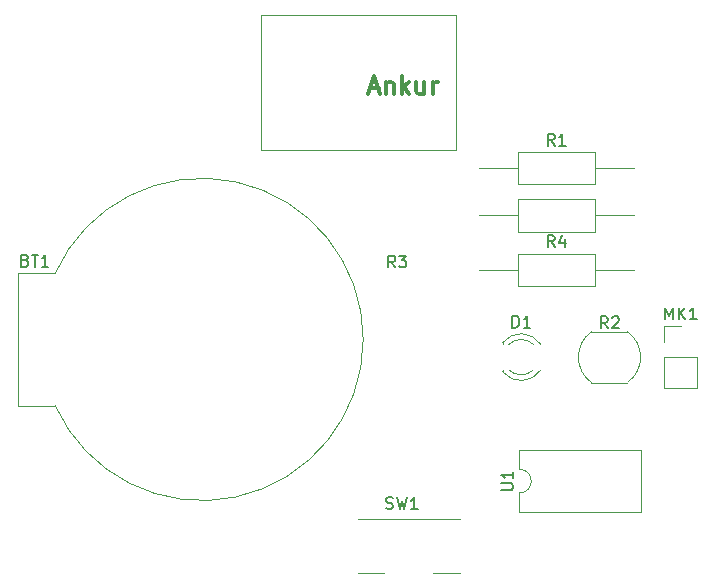
<source format=gbr>
%TF.GenerationSoftware,KiCad,Pcbnew,9.0.2*%
%TF.CreationDate,2025-06-18T20:19:25+05:30*%
%TF.ProjectId,redesign diya,72656465-7369-4676-9e20-646979612e6b,rev?*%
%TF.SameCoordinates,Original*%
%TF.FileFunction,Legend,Top*%
%TF.FilePolarity,Positive*%
%FSLAX46Y46*%
G04 Gerber Fmt 4.6, Leading zero omitted, Abs format (unit mm)*
G04 Created by KiCad (PCBNEW 9.0.2) date 2025-06-18 20:19:25*
%MOMM*%
%LPD*%
G01*
G04 APERTURE LIST*
%ADD10C,0.100000*%
%ADD11C,0.150000*%
%ADD12C,0.300000*%
%ADD13C,0.120000*%
G04 APERTURE END LIST*
D10*
X113000000Y-59500000D02*
X129500000Y-59500000D01*
X129500000Y-71000000D01*
X113000000Y-71000000D01*
X113000000Y-59500000D01*
D11*
X133314819Y-99756904D02*
X134124342Y-99756904D01*
X134124342Y-99756904D02*
X134219580Y-99709285D01*
X134219580Y-99709285D02*
X134267200Y-99661666D01*
X134267200Y-99661666D02*
X134314819Y-99566428D01*
X134314819Y-99566428D02*
X134314819Y-99375952D01*
X134314819Y-99375952D02*
X134267200Y-99280714D01*
X134267200Y-99280714D02*
X134219580Y-99233095D01*
X134219580Y-99233095D02*
X134124342Y-99185476D01*
X134124342Y-99185476D02*
X133314819Y-99185476D01*
X134314819Y-98185476D02*
X134314819Y-98756904D01*
X134314819Y-98471190D02*
X133314819Y-98471190D01*
X133314819Y-98471190D02*
X133457676Y-98566428D01*
X133457676Y-98566428D02*
X133552914Y-98661666D01*
X133552914Y-98661666D02*
X133600533Y-98756904D01*
X124333333Y-80904819D02*
X124000000Y-80428628D01*
X123761905Y-80904819D02*
X123761905Y-79904819D01*
X123761905Y-79904819D02*
X124142857Y-79904819D01*
X124142857Y-79904819D02*
X124238095Y-79952438D01*
X124238095Y-79952438D02*
X124285714Y-80000057D01*
X124285714Y-80000057D02*
X124333333Y-80095295D01*
X124333333Y-80095295D02*
X124333333Y-80238152D01*
X124333333Y-80238152D02*
X124285714Y-80333390D01*
X124285714Y-80333390D02*
X124238095Y-80381009D01*
X124238095Y-80381009D02*
X124142857Y-80428628D01*
X124142857Y-80428628D02*
X123761905Y-80428628D01*
X124666667Y-79904819D02*
X125285714Y-79904819D01*
X125285714Y-79904819D02*
X124952381Y-80285771D01*
X124952381Y-80285771D02*
X125095238Y-80285771D01*
X125095238Y-80285771D02*
X125190476Y-80333390D01*
X125190476Y-80333390D02*
X125238095Y-80381009D01*
X125238095Y-80381009D02*
X125285714Y-80476247D01*
X125285714Y-80476247D02*
X125285714Y-80714342D01*
X125285714Y-80714342D02*
X125238095Y-80809580D01*
X125238095Y-80809580D02*
X125190476Y-80857200D01*
X125190476Y-80857200D02*
X125095238Y-80904819D01*
X125095238Y-80904819D02*
X124809524Y-80904819D01*
X124809524Y-80904819D02*
X124714286Y-80857200D01*
X124714286Y-80857200D02*
X124666667Y-80809580D01*
D12*
X122214286Y-65749757D02*
X122928572Y-65749757D01*
X122071429Y-66178328D02*
X122571429Y-64678328D01*
X122571429Y-64678328D02*
X123071429Y-66178328D01*
X123571428Y-65178328D02*
X123571428Y-66178328D01*
X123571428Y-65321185D02*
X123642857Y-65249757D01*
X123642857Y-65249757D02*
X123785714Y-65178328D01*
X123785714Y-65178328D02*
X124000000Y-65178328D01*
X124000000Y-65178328D02*
X124142857Y-65249757D01*
X124142857Y-65249757D02*
X124214286Y-65392614D01*
X124214286Y-65392614D02*
X124214286Y-66178328D01*
X124928571Y-66178328D02*
X124928571Y-64678328D01*
X125071429Y-65606900D02*
X125500000Y-66178328D01*
X125500000Y-65178328D02*
X124928571Y-65749757D01*
X126785715Y-65178328D02*
X126785715Y-66178328D01*
X126142857Y-65178328D02*
X126142857Y-65964042D01*
X126142857Y-65964042D02*
X126214286Y-66106900D01*
X126214286Y-66106900D02*
X126357143Y-66178328D01*
X126357143Y-66178328D02*
X126571429Y-66178328D01*
X126571429Y-66178328D02*
X126714286Y-66106900D01*
X126714286Y-66106900D02*
X126785715Y-66035471D01*
X127500000Y-66178328D02*
X127500000Y-65178328D01*
X127500000Y-65464042D02*
X127571429Y-65321185D01*
X127571429Y-65321185D02*
X127642858Y-65249757D01*
X127642858Y-65249757D02*
X127785715Y-65178328D01*
X127785715Y-65178328D02*
X127928572Y-65178328D01*
D11*
X147190476Y-85299819D02*
X147190476Y-84299819D01*
X147190476Y-84299819D02*
X147523809Y-85014104D01*
X147523809Y-85014104D02*
X147857142Y-84299819D01*
X147857142Y-84299819D02*
X147857142Y-85299819D01*
X148333333Y-85299819D02*
X148333333Y-84299819D01*
X148904761Y-85299819D02*
X148476190Y-84728390D01*
X148904761Y-84299819D02*
X148333333Y-84871247D01*
X149857142Y-85299819D02*
X149285714Y-85299819D01*
X149571428Y-85299819D02*
X149571428Y-84299819D01*
X149571428Y-84299819D02*
X149476190Y-84442676D01*
X149476190Y-84442676D02*
X149380952Y-84537914D01*
X149380952Y-84537914D02*
X149285714Y-84585533D01*
X123566667Y-101307200D02*
X123709524Y-101354819D01*
X123709524Y-101354819D02*
X123947619Y-101354819D01*
X123947619Y-101354819D02*
X124042857Y-101307200D01*
X124042857Y-101307200D02*
X124090476Y-101259580D01*
X124090476Y-101259580D02*
X124138095Y-101164342D01*
X124138095Y-101164342D02*
X124138095Y-101069104D01*
X124138095Y-101069104D02*
X124090476Y-100973866D01*
X124090476Y-100973866D02*
X124042857Y-100926247D01*
X124042857Y-100926247D02*
X123947619Y-100878628D01*
X123947619Y-100878628D02*
X123757143Y-100831009D01*
X123757143Y-100831009D02*
X123661905Y-100783390D01*
X123661905Y-100783390D02*
X123614286Y-100735771D01*
X123614286Y-100735771D02*
X123566667Y-100640533D01*
X123566667Y-100640533D02*
X123566667Y-100545295D01*
X123566667Y-100545295D02*
X123614286Y-100450057D01*
X123614286Y-100450057D02*
X123661905Y-100402438D01*
X123661905Y-100402438D02*
X123757143Y-100354819D01*
X123757143Y-100354819D02*
X123995238Y-100354819D01*
X123995238Y-100354819D02*
X124138095Y-100402438D01*
X124471429Y-100354819D02*
X124709524Y-101354819D01*
X124709524Y-101354819D02*
X124900000Y-100640533D01*
X124900000Y-100640533D02*
X125090476Y-101354819D01*
X125090476Y-101354819D02*
X125328572Y-100354819D01*
X126233333Y-101354819D02*
X125661905Y-101354819D01*
X125947619Y-101354819D02*
X125947619Y-100354819D01*
X125947619Y-100354819D02*
X125852381Y-100497676D01*
X125852381Y-100497676D02*
X125757143Y-100592914D01*
X125757143Y-100592914D02*
X125661905Y-100640533D01*
X134261905Y-85994819D02*
X134261905Y-84994819D01*
X134261905Y-84994819D02*
X134500000Y-84994819D01*
X134500000Y-84994819D02*
X134642857Y-85042438D01*
X134642857Y-85042438D02*
X134738095Y-85137676D01*
X134738095Y-85137676D02*
X134785714Y-85232914D01*
X134785714Y-85232914D02*
X134833333Y-85423390D01*
X134833333Y-85423390D02*
X134833333Y-85566247D01*
X134833333Y-85566247D02*
X134785714Y-85756723D01*
X134785714Y-85756723D02*
X134738095Y-85851961D01*
X134738095Y-85851961D02*
X134642857Y-85947200D01*
X134642857Y-85947200D02*
X134500000Y-85994819D01*
X134500000Y-85994819D02*
X134261905Y-85994819D01*
X135785714Y-85994819D02*
X135214286Y-85994819D01*
X135500000Y-85994819D02*
X135500000Y-84994819D01*
X135500000Y-84994819D02*
X135404762Y-85137676D01*
X135404762Y-85137676D02*
X135309524Y-85232914D01*
X135309524Y-85232914D02*
X135214286Y-85280533D01*
X93025199Y-80311009D02*
X93168056Y-80358628D01*
X93168056Y-80358628D02*
X93215675Y-80406247D01*
X93215675Y-80406247D02*
X93263294Y-80501485D01*
X93263294Y-80501485D02*
X93263294Y-80644342D01*
X93263294Y-80644342D02*
X93215675Y-80739580D01*
X93215675Y-80739580D02*
X93168056Y-80787200D01*
X93168056Y-80787200D02*
X93072818Y-80834819D01*
X93072818Y-80834819D02*
X92691866Y-80834819D01*
X92691866Y-80834819D02*
X92691866Y-79834819D01*
X92691866Y-79834819D02*
X93025199Y-79834819D01*
X93025199Y-79834819D02*
X93120437Y-79882438D01*
X93120437Y-79882438D02*
X93168056Y-79930057D01*
X93168056Y-79930057D02*
X93215675Y-80025295D01*
X93215675Y-80025295D02*
X93215675Y-80120533D01*
X93215675Y-80120533D02*
X93168056Y-80215771D01*
X93168056Y-80215771D02*
X93120437Y-80263390D01*
X93120437Y-80263390D02*
X93025199Y-80311009D01*
X93025199Y-80311009D02*
X92691866Y-80311009D01*
X93549009Y-79834819D02*
X94120437Y-79834819D01*
X93834723Y-80834819D02*
X93834723Y-79834819D01*
X94977580Y-80834819D02*
X94406152Y-80834819D01*
X94691866Y-80834819D02*
X94691866Y-79834819D01*
X94691866Y-79834819D02*
X94596628Y-79977676D01*
X94596628Y-79977676D02*
X94501390Y-80072914D01*
X94501390Y-80072914D02*
X94406152Y-80120533D01*
X137833333Y-70584819D02*
X137500000Y-70108628D01*
X137261905Y-70584819D02*
X137261905Y-69584819D01*
X137261905Y-69584819D02*
X137642857Y-69584819D01*
X137642857Y-69584819D02*
X137738095Y-69632438D01*
X137738095Y-69632438D02*
X137785714Y-69680057D01*
X137785714Y-69680057D02*
X137833333Y-69775295D01*
X137833333Y-69775295D02*
X137833333Y-69918152D01*
X137833333Y-69918152D02*
X137785714Y-70013390D01*
X137785714Y-70013390D02*
X137738095Y-70061009D01*
X137738095Y-70061009D02*
X137642857Y-70108628D01*
X137642857Y-70108628D02*
X137261905Y-70108628D01*
X138785714Y-70584819D02*
X138214286Y-70584819D01*
X138500000Y-70584819D02*
X138500000Y-69584819D01*
X138500000Y-69584819D02*
X138404762Y-69727676D01*
X138404762Y-69727676D02*
X138309524Y-69822914D01*
X138309524Y-69822914D02*
X138214286Y-69870533D01*
X142333333Y-86054819D02*
X142000000Y-85578628D01*
X141761905Y-86054819D02*
X141761905Y-85054819D01*
X141761905Y-85054819D02*
X142142857Y-85054819D01*
X142142857Y-85054819D02*
X142238095Y-85102438D01*
X142238095Y-85102438D02*
X142285714Y-85150057D01*
X142285714Y-85150057D02*
X142333333Y-85245295D01*
X142333333Y-85245295D02*
X142333333Y-85388152D01*
X142333333Y-85388152D02*
X142285714Y-85483390D01*
X142285714Y-85483390D02*
X142238095Y-85531009D01*
X142238095Y-85531009D02*
X142142857Y-85578628D01*
X142142857Y-85578628D02*
X141761905Y-85578628D01*
X142714286Y-85150057D02*
X142761905Y-85102438D01*
X142761905Y-85102438D02*
X142857143Y-85054819D01*
X142857143Y-85054819D02*
X143095238Y-85054819D01*
X143095238Y-85054819D02*
X143190476Y-85102438D01*
X143190476Y-85102438D02*
X143238095Y-85150057D01*
X143238095Y-85150057D02*
X143285714Y-85245295D01*
X143285714Y-85245295D02*
X143285714Y-85340533D01*
X143285714Y-85340533D02*
X143238095Y-85483390D01*
X143238095Y-85483390D02*
X142666667Y-86054819D01*
X142666667Y-86054819D02*
X143285714Y-86054819D01*
X137833333Y-79184819D02*
X137500000Y-78708628D01*
X137261905Y-79184819D02*
X137261905Y-78184819D01*
X137261905Y-78184819D02*
X137642857Y-78184819D01*
X137642857Y-78184819D02*
X137738095Y-78232438D01*
X137738095Y-78232438D02*
X137785714Y-78280057D01*
X137785714Y-78280057D02*
X137833333Y-78375295D01*
X137833333Y-78375295D02*
X137833333Y-78518152D01*
X137833333Y-78518152D02*
X137785714Y-78613390D01*
X137785714Y-78613390D02*
X137738095Y-78661009D01*
X137738095Y-78661009D02*
X137642857Y-78708628D01*
X137642857Y-78708628D02*
X137261905Y-78708628D01*
X138690476Y-78518152D02*
X138690476Y-79184819D01*
X138452381Y-78137200D02*
X138214286Y-78851485D01*
X138214286Y-78851485D02*
X138833333Y-78851485D01*
D13*
%TO.C,U1*%
X134860000Y-96345000D02*
X134860000Y-97995000D01*
X134860000Y-99995000D02*
X134860000Y-101645000D01*
X134860000Y-101645000D02*
X145140000Y-101645000D01*
X145140000Y-96345000D02*
X134860000Y-96345000D01*
X145140000Y-101645000D02*
X145140000Y-96345000D01*
X134860000Y-97995000D02*
G75*
G02*
X134860000Y-99995000I0J-1000000D01*
G01*
%TO.C,R3*%
X131420000Y-76500000D02*
X134730000Y-76500000D01*
X144580000Y-76500000D02*
X141270000Y-76500000D01*
X134730000Y-75130000D02*
X141270000Y-75130000D01*
X141270000Y-77870000D01*
X134730000Y-77870000D01*
X134730000Y-75130000D01*
%TO.C,MK1*%
X147120000Y-85845000D02*
X148500000Y-85845000D01*
X147120000Y-87225000D02*
X147120000Y-85845000D01*
X147120000Y-88495000D02*
X147120000Y-91145000D01*
X147120000Y-88495000D02*
X149880000Y-88495000D01*
X147120000Y-91145000D02*
X149880000Y-91145000D01*
X149880000Y-88495000D02*
X149880000Y-91145000D01*
%TO.C,SW1*%
X121200000Y-102200000D02*
X129800000Y-102200000D01*
X121200000Y-106800000D02*
X123400000Y-106800000D01*
X127500000Y-106800000D02*
X129800000Y-106800000D01*
%TO.C,D1*%
X133440000Y-87264000D02*
X133440000Y-87420000D01*
X133440000Y-89580000D02*
X133440000Y-89736000D01*
X133440000Y-87264484D02*
G75*
G02*
X136671437Y-87420000I1560000J-1235516D01*
G01*
X133959039Y-87420000D02*
G75*
G02*
X136040961Y-87420000I1040961J-1080000D01*
G01*
X136040961Y-89580000D02*
G75*
G02*
X133959039Y-89580000I-1040961J1080000D01*
G01*
X136671437Y-89580000D02*
G75*
G02*
X133440000Y-89735516I-1671437J1080000D01*
G01*
%TO.C,BT1*%
X92380914Y-81390000D02*
X95555914Y-81390000D01*
X92380914Y-92610000D02*
X92380914Y-81390000D01*
X95555914Y-92610000D02*
X92380914Y-92610000D01*
X95555914Y-81390000D02*
G75*
G02*
X95555914Y-92610000I12435000J-5610000D01*
G01*
%TO.C,R1*%
X131420000Y-72500000D02*
X134730000Y-72500000D01*
X144580000Y-72500000D02*
X141270000Y-72500000D01*
X134730000Y-71130000D02*
X141270000Y-71130000D01*
X141270000Y-73870000D01*
X134730000Y-73870000D01*
X134730000Y-71130000D01*
%TO.C,R2*%
X140950000Y-86350000D02*
X144000000Y-86350000D01*
X140950000Y-90650000D02*
X144000000Y-90650000D01*
X140950000Y-90650000D02*
G75*
G02*
X140971766Y-86334475I1550000J2150000D01*
G01*
X144000000Y-86350000D02*
G75*
G02*
X144044513Y-90618249I-1500000J-2150000D01*
G01*
%TO.C,R4*%
X131420000Y-81100000D02*
X134730000Y-81100000D01*
X144580000Y-81100000D02*
X141270000Y-81100000D01*
X134730000Y-79730000D02*
X141270000Y-79730000D01*
X141270000Y-82470000D01*
X134730000Y-82470000D01*
X134730000Y-79730000D01*
%TD*%
M02*

</source>
